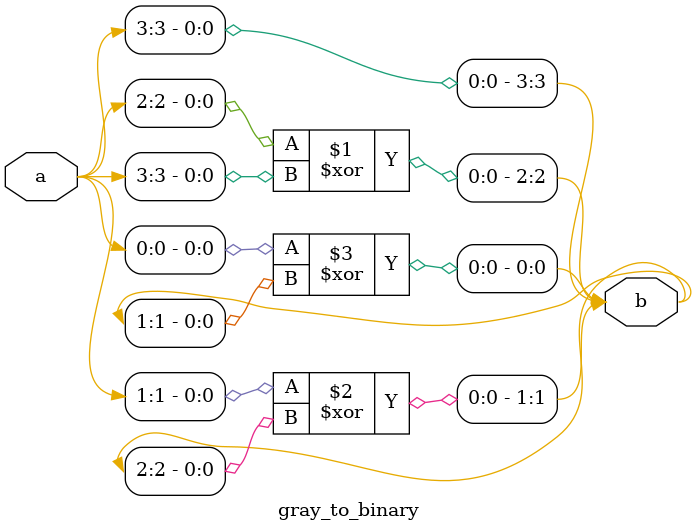
<source format=v>
module gray_to_binary(output [3:0]b,input [3:0]a);
  
  assign b[3] = a[3];
  assign b[2] = a[2]^b[3];
  assign b[1] = a[1]^b[2];
  assign b[0] = a[0]^b[1];

endmodule

</source>
